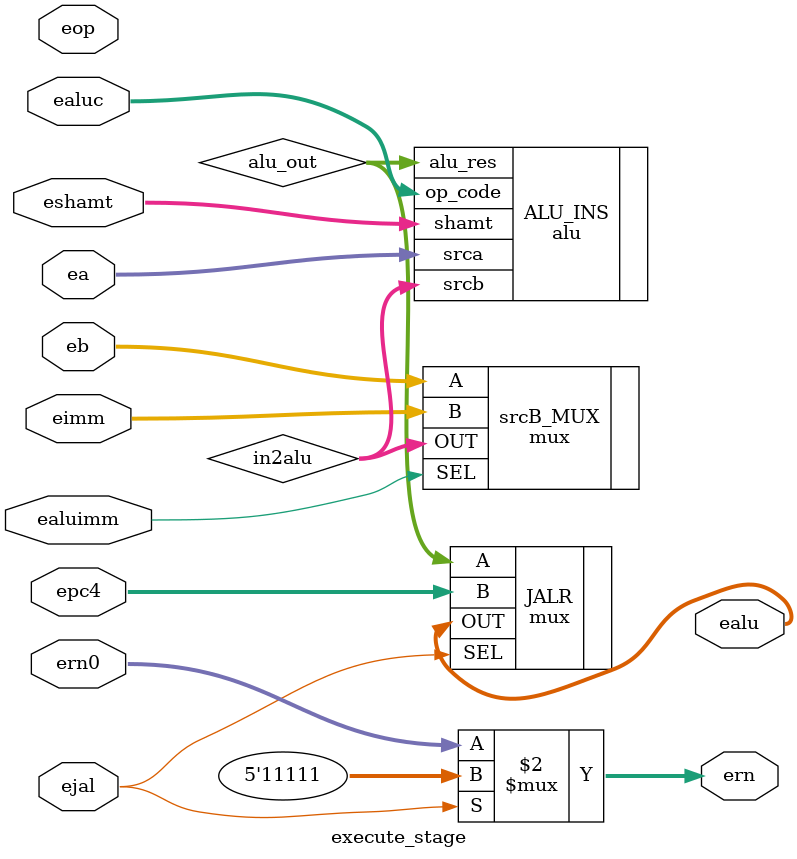
<source format=v>
`timescale 1ns / 1ps


module execute_stage(
input       [31:0]  ea,eb,eimm,             
input       [4:0]   ern0,                    
input       [31:0]  epc4,                   
input               ejal,ealuimm,
input       [3:0]   ealuc,
input       [5:0]   eop,
input       [4:0]   eshamt,

output      [4:0]   ern, // dest reg
output      [31:0]  ealu                   

    );
    
    wire            [31:0]  epc8;
    wire            [31:0]  in2alu;
    wire    signed  [31:0]  alu_out; 
    
   
//    adder #(32) PC8_INST(.A(epc4),.B(32'd4),.cin(1'b0),.sum(epc8),.carry());

    mux srcB_MUX(.A(eb),.B(eimm),.SEL(ealuimm),.OUT(in2alu));

alu ALU_INS(
        .op_code(ealuc),
        .srca(ea),
        .srcb(in2alu),
        .shamt(eshamt),
        .alu_res(alu_out)
        );
        
mux JALR(.A(alu_out),.B(epc4),.SEL(ejal),.OUT(ealu));
 
 assign   ern   =   (ejal==1'b1)?   5'b11111:ern0;
        
        
endmodule

</source>
